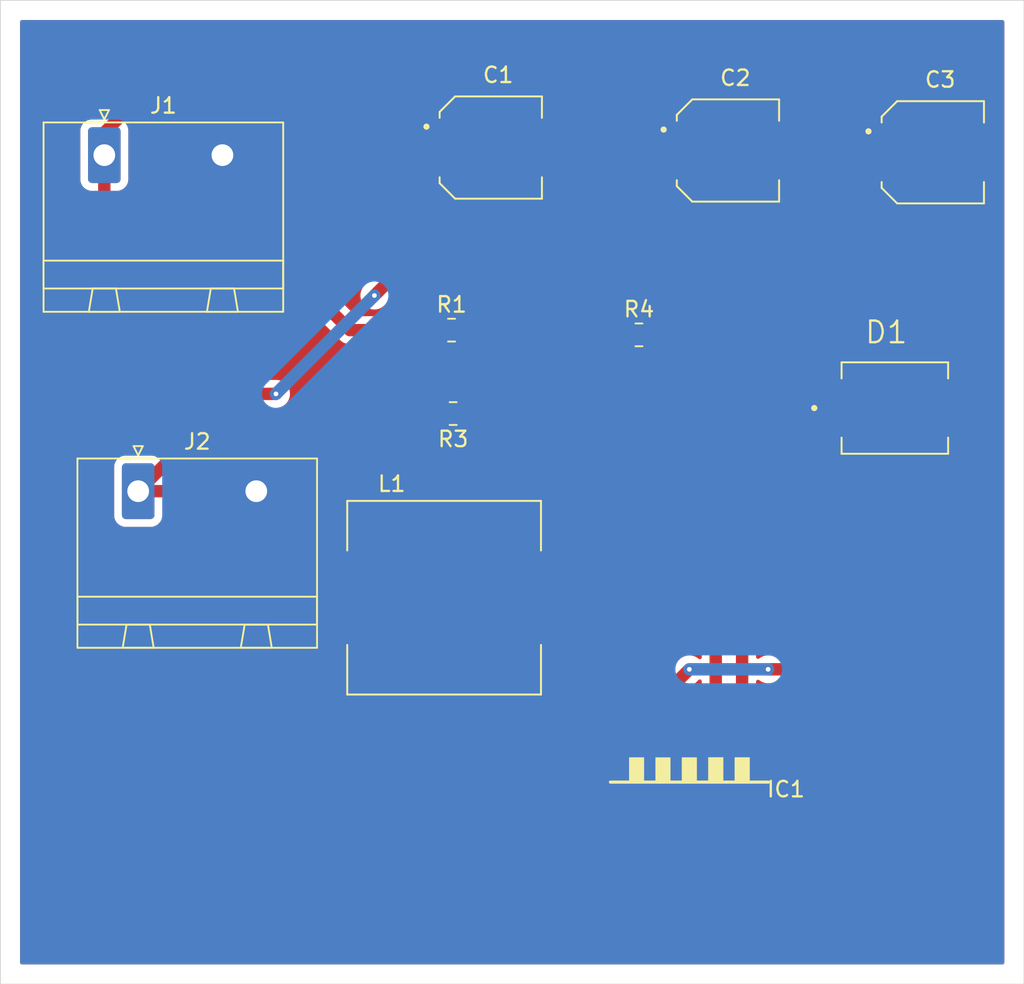
<source format=kicad_pcb>
(kicad_pcb (version 20240108) (generator "pcbnew") (generator_version "8.0")
  (layers (0 "F.Cu" signal) (31 "B.Cu" signal) (34 "B.Paste" user) (35 "F.Paste" user) (36 "B.SilkS" user "B.Silkscreen") (37 "F.SilkS" user "F.Silkscreen") (38 "B.Mask" user) (39 "F.Mask" user) (44 "Edge.Cuts" user))
  (net 0 "")
  (net 1 "+5V")
  (net 2 "GND")
  (net 3 "Net-(C2-Pad1)")
  (net 4 "+12V")
  (net 5 "Net-(IC1-COMP)")
  (net 6 "Net-(D1-A)")
  (net 7 "Net-(IC1-FB)")
  (footprint "Library:CAP_EEEFK1C101V" (layer "F.Cu") (at 146 77)
    (property "Reference" "C2" (at 0.475 -4.685 0) (layer "F.SilkS"))
    (property "Value" "0.33 uF")
    (fp_line (start -3.3 -2.3) (end -3.3 -1.92) (stroke (width 0.127)) (layer "F.SilkS"))
    (fp_line (start -3.3 1.92) (end -3.3 2.3) (stroke (width 0.127)) (layer "F.SilkS"))
    (fp_line (start -3.3 2.3) (end -2.3 3.3) (stroke (width 0.127)) (layer "F.SilkS"))
    (fp_line (start -2.3 -3.3) (end -3.3 -2.3) (stroke (width 0.127)) (layer "F.SilkS"))
    (fp_line (start -2.3 3.3) (end 3.3 3.3) (stroke (width 0.127)) (layer "F.SilkS"))
    (fp_line (start 3.3 -3.3) (end -2.3 -3.3) (stroke (width 0.127)) (layer "F.SilkS"))
    (fp_line (start 3.3 -1.92) (end 3.3 -3.3) (stroke (width 0.127)) (layer "F.SilkS"))
    (fp_line (start 3.3 3.3) (end 3.3 1.92) (stroke (width 0.127)) (layer "F.SilkS"))
    (fp_circle (center -4.15 -1.35) (end -4.05 -1.35) (stroke (width 0.2)) (fill none) (layer "F.SilkS"))
    (pad "1" smd custom (at -2.55 0) (size 1.8 1.8) (layers "F.Cu") (net 3 "Net-(C2-Pad1)") (options (clearance outline) (anchor rect)) (primitives (gr_poly (pts (xy -1 1.6) (xy -1 0.6) (xy -1.65 0.6) (xy -1.65 -0.6) (xy -1 -0.6) (xy -1 -1.6) (xy 1 -1.6) (xy 1 -0.6) (xy 1.95 -0.6) (xy 1.95 0.6) (xy 1 0.6) (xy 1 1.6)) (width 0.01) (fill yes))))
    (pad "2" smd custom (at 2.55 0) (size 1.8 1.8) (layers "F.Cu") (net 2 "GND") (options (clearance outline) (anchor rect)) (primitives (gr_poly (pts (xy 1 1.6) (xy 1 0.6) (xy 1.65 0.6) (xy 1.65 -0.6) (xy 1 -0.6) (xy 1 -1.6) (xy -1 -1.6) (xy -1 -0.6) (xy -1.95 -0.6) (xy -1.95 0.6) (xy -1 0.6) (xy -1 1.6)) (width 0.01) (fill yes))))
  )
  (footprint "Resistor_SMD:R_0805_2012Metric" (layer "F.Cu") (at 128.27 93.98 180)
    (property "Reference" "R3" (at 0 -1.65 0) (layer "F.SilkS"))
    (property "Value" "2k")
    (fp_line (start -0.227064 0.735) (end 0.227064 0.735) (stroke (width 0.12)) (layer "F.SilkS"))
    (fp_line (start -0.227064 -0.735) (end 0.227064 -0.735) (stroke (width 0.12)) (layer "F.SilkS"))
    (pad "1" smd roundrect (at -0.9125 0 180) (size 1.025 1.4) (layers "F.Cu" "F.Paste" "F.Mask") (roundrect_rratio 0.243902) (net 7 "Net-(IC1-FB)"))
    (pad "2" smd roundrect (at 0.9125 0 180) (size 1.025 1.4) (layers "F.Cu" "F.Paste" "F.Mask") (roundrect_rratio 0.243902) (net 2 "GND"))
  )
  (footprint "Library:DIOM7959X265N" (layer "F.Cu") (at 156.7688 93.6244)
    (property "Reference" "D1" (at -0.555 -4.889 0) (layer "F.SilkS") (effects (font (size 1.4 1.4))))
    (property "Value" "1N5821")
    (fp_line (start -3.4375 -2.95) (end -3.4375 -1.91) (stroke (width 0.127)) (layer "F.SilkS"))
    (fp_line (start -3.4375 1.91) (end -3.4375 2.95) (stroke (width 0.127)) (layer "F.SilkS"))
    (fp_line (start -3.4375 2.95) (end 3.4375 2.95) (stroke (width 0.127)) (layer "F.SilkS"))
    (fp_line (start 3.4375 -2.95) (end -3.4375 -2.95) (stroke (width 0.127)) (layer "F.SilkS"))
    (fp_line (start 3.4375 -1.91) (end 3.4375 -2.95) (stroke (width 0.127)) (layer "F.SilkS"))
    (fp_line (start 3.4375 2.95) (end 3.4375 1.91) (stroke (width 0.127)) (layer "F.SilkS"))
    (fp_circle (center -5.2 0) (end -5.1 0) (stroke (width 0.2)) (fill none) (layer "F.SilkS"))
    (pad "C" smd rect (at -3.455 0) (size 2.25 3.18) (layers "F.Cu" "F.Paste" "F.Mask") (net 3 "Net-(C2-Pad1)"))
    (pad "e" smd rect (at 3.455 0) (size 2.25 3.18) (layers "F.Cu" "F.Paste" "F.Mask") (net 6 "Net-(D1-A)"))
  )
  (footprint "Connector_Phoenix_GMSTB:PhoenixContact_GMSTBA_2,5_2-G-7,62_1x02_P7.62mm_Horizontal" (layer "F.Cu") (at 107.95 98.9909)
    (property "Reference" "J2" (at 3.81 -3.2 0) (layer "F.SilkS"))
    (property "Value" "Conn_01x02_Socket")
    (fp_line (start -3.92 -2.11) (end -3.92 10.11) (stroke (width 0.12)) (layer "F.SilkS"))
    (fp_line (start -3.92 6.81) (end 11.54 6.81) (stroke (width 0.12)) (layer "F.SilkS"))
    (fp_line (start -3.92 8.61) (end -3.92 6.81) (stroke (width 0.12)) (layer "F.SilkS"))
    (fp_line (start -3.92 10.11) (end 11.54 10.11) (stroke (width 0.12)) (layer "F.SilkS"))
    (fp_line (start -1 10.11) (end 1 10.11) (stroke (width 0.12)) (layer "F.SilkS"))
    (fp_line (start -0.75 8.61) (end -1 10.11) (stroke (width 0.12)) (layer "F.SilkS"))
    (fp_line (start -0.3 -2.91) (end 0.3 -2.91) (stroke (width 0.12)) (layer "F.SilkS"))
    (fp_line (start 0 -2.31) (end -0.3 -2.91) (stroke (width 0.12)) (layer "F.SilkS"))
    (fp_line (start 0.3 -2.91) (end 0 -2.31) (stroke (width 0.12)) (layer "F.SilkS"))
    (fp_line (start 0.75 8.61) (end -0.75 8.61) (stroke (width 0.12)) (layer "F.SilkS"))
    (fp_line (start 1 10.11) (end 0.75 8.61) (stroke (width 0.12)) (layer "F.SilkS"))
    (fp_line (start 6.62 10.11) (end 8.62 10.11) (stroke (width 0.12)) (layer "F.SilkS"))
    (fp_line (start 6.87 8.61) (end 6.62 10.11) (stroke (width 0.12)) (layer "F.SilkS"))
    (fp_line (start 8.37 8.61) (end 6.87 8.61) (stroke (width 0.12)) (layer "F.SilkS"))
    (fp_line (start 8.62 10.11) (end 8.37 8.61) (stroke (width 0.12)) (layer "F.SilkS"))
    (fp_line (start 11.54 -2.11) (end -3.92 -2.11) (stroke (width 0.12)) (layer "F.SilkS"))
    (fp_line (start 11.54 6.81) (end 11.54 8.61) (stroke (width 0.12)) (layer "F.SilkS"))
    (fp_line (start 11.54 8.61) (end -3.92 8.61) (stroke (width 0.12)) (layer "F.SilkS"))
    (fp_line (start 11.54 10.11) (end 11.54 -2.11) (stroke (width 0.12)) (layer "F.SilkS"))
    (pad "1" thru_hole roundrect (at 0 0) (size 2.1 3.6) (drill 1.4) (layers "*.Cu" "*.Mask") (roundrect_rratio 0.119048) (net 1 "+5V"))
    (pad "2" thru_hole oval (at 7.62 0) (size 2.1 3.6) (drill 1.4) (layers "*.Cu" "*.Mask") (net 2 "GND"))
  )
  (footprint "Library:CAP_EEEFK1C101V" (layer "F.Cu") (at 159.2172 77.1144)
    (property "Reference" "C3" (at 0.475 -4.685 0) (layer "F.SilkS"))
    (property "Value" "680 uF")
    (fp_line (start -3.3 -2.3) (end -3.3 -1.92) (stroke (width 0.127)) (layer "F.SilkS"))
    (fp_line (start -3.3 1.92) (end -3.3 2.3) (stroke (width 0.127)) (layer "F.SilkS"))
    (fp_line (start -3.3 2.3) (end -2.3 3.3) (stroke (width 0.127)) (layer "F.SilkS"))
    (fp_line (start -2.3 -3.3) (end -3.3 -2.3) (stroke (width 0.127)) (layer "F.SilkS"))
    (fp_line (start -2.3 3.3) (end 3.3 3.3) (stroke (width 0.127)) (layer "F.SilkS"))
    (fp_line (start 3.3 -3.3) (end -2.3 -3.3) (stroke (width 0.127)) (layer "F.SilkS"))
    (fp_line (start 3.3 -1.92) (end 3.3 -3.3) (stroke (width 0.127)) (layer "F.SilkS"))
    (fp_line (start 3.3 3.3) (end 3.3 1.92) (stroke (width 0.127)) (layer "F.SilkS"))
    (fp_circle (center -4.15 -1.35) (end -4.05 -1.35) (stroke (width 0.2)) (fill none) (layer "F.SilkS"))
    (pad "1" smd custom (at -2.55 0) (size 1.8 1.8) (layers "F.Cu") (net 4 "+12V") (options (clearance outline) (anchor rect)) (primitives (gr_poly (pts (xy -1 1.6) (xy -1 0.6) (xy -1.65 0.6) (xy -1.65 -0.6) (xy -1 -0.6) (xy -1 -1.6) (xy 1 -1.6) (xy 1 -0.6) (xy 1.95 -0.6) (xy 1.95 0.6) (xy 1 0.6) (xy 1 1.6)) (width 0.01) (fill yes))))
    (pad "2" smd custom (at 2.55 0) (size 1.8 1.8) (layers "F.Cu") (net 2 "GND") (options (clearance outline) (anchor rect)) (primitives (gr_poly (pts (xy 1 1.6) (xy 1 0.6) (xy 1.65 0.6) (xy 1.65 -0.6) (xy 1 -0.6) (xy 1 -1.6) (xy -1 -1.6) (xy -1 -0.6) (xy -1.95 -0.6) (xy -1.95 0.6) (xy -1 0.6) (xy -1 1.6)) (width 0.01) (fill yes))))
  )
  (footprint "Library:CAP_EEEFK1C101V" (layer "F.Cu") (at 130.6984 76.8096)
    (property "Reference" "C1" (at 0.475 -4.685 0) (layer "F.SilkS"))
    (property "Value" "0.1 uF")
    (fp_line (start -3.3 -2.3) (end -3.3 -1.92) (stroke (width 0.127)) (layer "F.SilkS"))
    (fp_line (start -3.3 1.92) (end -3.3 2.3) (stroke (width 0.127)) (layer "F.SilkS"))
    (fp_line (start -3.3 2.3) (end -2.3 3.3) (stroke (width 0.127)) (layer "F.SilkS"))
    (fp_line (start -2.3 -3.3) (end -3.3 -2.3) (stroke (width 0.127)) (layer "F.SilkS"))
    (fp_line (start -2.3 3.3) (end 3.3 3.3) (stroke (width 0.127)) (layer "F.SilkS"))
    (fp_line (start 3.3 -3.3) (end -2.3 -3.3) (stroke (width 0.127)) (layer "F.SilkS"))
    (fp_line (start 3.3 -1.92) (end 3.3 -3.3) (stroke (width 0.127)) (layer "F.SilkS"))
    (fp_line (start 3.3 3.3) (end 3.3 1.92) (stroke (width 0.127)) (layer "F.SilkS"))
    (fp_circle (center -4.15 -1.35) (end -4.05 -1.35) (stroke (width 0.2)) (fill none) (layer "F.SilkS"))
    (pad "1" smd custom (at -2.55 0) (size 1.8 1.8) (layers "F.Cu") (net 1 "+5V") (options (clearance outline) (anchor rect)) (primitives (gr_poly (pts (xy -1 1.6) (xy -1 0.6) (xy -1.65 0.6) (xy -1.65 -0.6) (xy -1 -0.6) (xy -1 -1.6) (xy 1 -1.6) (xy 1 -0.6) (xy 1.95 -0.6) (xy 1.95 0.6) (xy 1 0.6) (xy 1 1.6)) (width 0.01) (fill yes))))
    (pad "2" smd custom (at 2.55 0) (size 1.8 1.8) (layers "F.Cu") (net 2 "GND") (options (clearance outline) (anchor rect)) (primitives (gr_poly (pts (xy 1 1.6) (xy 1 0.6) (xy 1.65 0.6) (xy 1.65 -0.6) (xy 1 -0.6) (xy 1 -1.6) (xy -1 -1.6) (xy -1 -0.6) (xy -1.95 -0.6) (xy -1.95 0.6) (xy -1 0.6) (xy -1 1.6)) (width 0.01) (fill yes))))
  )
  (footprint "Library:TO263-5" (layer "F.Cu") (at 143.51 120.65 180)
    (property "Reference" "IC1" (at -6.230885 2.416055 0) (layer "F.SilkS") (effects (font (size 1.001268 1.001268))))
    (property "Value" "LM2577")
    (fp_line (start 5.094 2.88) (end -5.094 2.88) (stroke (width 0.2032)) (layer "F.SilkS"))
    (fp_poly (pts (xy 2.92499 2.794) (xy 3.8862 2.794) (xy 3.8862 4.4765) (xy 2.92499 4.4765)) (stroke (width 0.01)) (fill solid) (layer "F.SilkS"))
    (fp_poly (pts (xy 1.21963 2.794) (xy 2.1844 2.794) (xy 2.1844 4.47197) (xy 1.21963 4.47197)) (stroke (width 0.01)) (fill solid) (layer "F.SilkS"))
    (fp_poly (pts (xy -0.482663 2.794) (xy 0.4826 2.794) (xy 0.4826 4.47098) (xy -0.482663 4.47098)) (stroke (width 0.01)) (fill solid) (layer "F.SilkS"))
    (fp_poly (pts (xy -2.18871 2.794) (xy -1.2192 2.794) (xy -1.2192 4.47923) (xy -2.18871 4.47923)) (stroke (width 0.01)) (fill solid) (layer "F.SilkS"))
    (fp_poly (pts (xy -3.89202 2.794) (xy -2.921 2.794) (xy -2.921 4.4771) (xy -3.89202 4.4771)) (stroke (width 0.01)) (fill solid) (layer "F.SilkS"))
    (pad "1" smd rect (at -3.4036 5.7912 180) (size 1.0668 2.159) (layers "F.Cu" "F.Paste" "F.Mask") (net 5 "Net-(IC1-COMP)"))
    (pad "2" smd rect (at -1.7018 5.7912 180) (size 1.0668 2.159) (layers "F.Cu" "F.Paste" "F.Mask") (net 7 "Net-(IC1-FB)"))
    (pad "3" smd rect (at 0 5.7912 180) (size 1.0668 2.159) (layers "F.Cu" "F.Paste" "F.Mask") (net 2 "GND"))
    (pad "4" smd rect (at 1.7018 5.7912 180) (size 1.0668 2.159) (layers "F.Cu" "F.Paste" "F.Mask") (net 6 "Net-(D1-A)"))
    (pad "5" smd rect (at 3.4036 5.7912 180) (size 1.0668 2.159) (layers "F.Cu" "F.Paste" "F.Mask") (net 1 "+5V"))
    (pad "6" smd rect (at 0 -2.54 180) (size 10.8 10.41) (layers "F.Cu" "F.Paste" "F.Mask"))
  )
  (footprint "Resistor_SMD:R_0805_2012Metric" (layer "F.Cu") (at 128.1684 88.5952)
    (property "Reference" "R1" (at 0 -1.65 0) (layer "F.SilkS"))
    (property "Value" "17.4k")
    (fp_line (start -0.227064 -0.735) (end 0.227064 -0.735) (stroke (width 0.12)) (layer "F.SilkS"))
    (fp_line (start -0.227064 0.735) (end 0.227064 0.735) (stroke (width 0.12)) (layer "F.SilkS"))
    (pad "1" smd roundrect (at -0.9125 0) (size 1.025 1.4) (layers "F.Cu" "F.Paste" "F.Mask") (roundrect_rratio 0.243902) (net 4 "+12V"))
    (pad "2" smd roundrect (at 0.9125 0) (size 1.025 1.4) (layers "F.Cu" "F.Paste" "F.Mask") (roundrect_rratio 0.243902) (net 7 "Net-(IC1-FB)"))
  )
  (footprint "SRR1260-330M:INDP125125X600N" (layer "F.Cu") (at 127.6872 105.8672)
    (property "Reference" "L1" (at -3.381255 -7.348585 0) (layer "F.SilkS") (effects (font (size 1.00185 1.00185))))
    (property "Value" "100 uH")
    (fp_line (start -6.25 -6.25) (end -6.25 -3.05) (stroke (width 0.127)) (layer "F.SilkS"))
    (fp_line (start -6.25 -6.25) (end 6.25 -6.25) (stroke (width 0.127)) (layer "F.SilkS"))
    (fp_line (start -6.25 3.05) (end -6.25 6.25) (stroke (width 0.127)) (layer "F.SilkS"))
    (fp_line (start -6.25 6.25) (end 6.25 6.25) (stroke (width 0.127)) (layer "F.SilkS"))
    (fp_line (start 6.25 -6.25) (end 6.25 -3.05) (stroke (width 0.127)) (layer "F.SilkS"))
    (fp_line (start 6.25 3.05) (end 6.25 6.25) (stroke (width 0.127)) (layer "F.SilkS"))
    (pad "1" smd rect (at -4.85 0) (size 2.9 5.4) (layers "F.Cu" "F.Paste" "F.Mask") (net 1 "+5V"))
    (pad "2" smd rect (at 4.85 0) (size 2.9 5.4) (layers "F.Cu" "F.Paste" "F.Mask") (net 6 "Net-(D1-A)"))
  )
  (footprint "Resistor_SMD:R_0805_2012Metric" (layer "F.Cu") (at 140.2588 88.9)
    (property "Reference" "R4" (at 0 -1.65 0) (layer "F.SilkS"))
    (property "Value" "2.2k")
    (fp_line (start -0.227064 -0.735) (end 0.227064 -0.735) (stroke (width 0.12)) (layer "F.SilkS"))
    (fp_line (start -0.227064 0.735) (end 0.227064 0.735) (stroke (width 0.12)) (layer "F.SilkS"))
    (pad "1" smd roundrect (at -0.9125 0) (size 1.025 1.4) (layers "F.Cu" "F.Paste" "F.Mask") (roundrect_rratio 0.243902) (net 5 "Net-(IC1-COMP)"))
    (pad "2" smd roundrect (at 0.9125 0) (size 1.025 1.4) (layers "F.Cu" "F.Paste" "F.Mask") (roundrect_rratio 0.243902) (net 3 "Net-(C2-Pad1)"))
  )
  (footprint "Connector_Phoenix_GMSTB:PhoenixContact_GMSTBA_2,5_2-G-7,62_1x02_P7.62mm_Horizontal" (layer "F.Cu") (at 105.7656 77.2993)
    (property "Reference" "J1" (at 3.81 -3.2 0) (layer "F.SilkS"))
    (property "Value" "Conn_01x02_Socket")
    (fp_line (start -3.92 -2.11) (end -3.92 10.11) (stroke (width 0.12)) (layer "F.SilkS"))
    (fp_line (start -3.92 6.81) (end 11.54 6.81) (stroke (width 0.12)) (layer "F.SilkS"))
    (fp_line (start -3.92 8.61) (end -3.92 6.81) (stroke (width 0.12)) (layer "F.SilkS"))
    (fp_line (start -3.92 10.11) (end 11.54 10.11) (stroke (width 0.12)) (layer "F.SilkS"))
    (fp_line (start -1 10.11) (end 1 10.11) (stroke (width 0.12)) (layer "F.SilkS"))
    (fp_line (start -0.75 8.61) (end -1 10.11) (stroke (width 0.12)) (layer "F.SilkS"))
    (fp_line (start -0.3 -2.91) (end 0.3 -2.91) (stroke (width 0.12)) (layer "F.SilkS"))
    (fp_line (start 0 -2.31) (end -0.3 -2.91) (stroke (width 0.12)) (layer "F.SilkS"))
    (fp_line (start 0.3 -2.91) (end 0 -2.31) (stroke (width 0.12)) (layer "F.SilkS"))
    (fp_line (start 0.75 8.61) (end -0.75 8.61) (stroke (width 0.12)) (layer "F.SilkS"))
    (fp_line (start 1 10.11) (end 0.75 8.61) (stroke (width 0.12)) (layer "F.SilkS"))
    (fp_line (start 6.62 10.11) (end 8.62 10.11) (stroke (width 0.12)) (layer "F.SilkS"))
    (fp_line (start 6.87 8.61) (end 6.62 10.11) (stroke (width 0.12)) (layer "F.SilkS"))
    (fp_line (start 8.37 8.61) (end 6.87 8.61) (stroke (width 0.12)) (layer "F.SilkS"))
    (fp_line (start 8.62 10.11) (end 8.37 8.61) (stroke (width 0.12)) (layer "F.SilkS"))
    (fp_line (start 11.54 -2.11) (end -3.92 -2.11) (stroke (width 0.12)) (layer "F.SilkS"))
    (fp_line (start 11.54 6.81) (end 11.54 8.61) (stroke (width 0.12)) (layer "F.SilkS"))
    (fp_line (start 11.54 8.61) (end -3.92 8.61) (stroke (width 0.12)) (layer "F.SilkS"))
    (fp_line (start 11.54 10.11) (end 11.54 -2.11) (stroke (width 0.12)) (layer "F.SilkS"))
    (pad "1" thru_hole roundrect (at 0 0) (size 2.1 3.6) (drill 1.4) (layers "*.Cu" "*.Mask") (roundrect_rratio 0.119048) (net 4 "+12V"))
    (pad "2" thru_hole oval (at 7.62 0) (size 2.1 3.6) (drill 1.4) (layers "*.Cu" "*.Mask") (net 2 "GND"))
  )
  (gr_rect (start 99.06 67.31) (end 165.1 130.81) (stroke (width 0.05)) (fill none) (layer "Edge.Cuts"))
  (segment (start 116.84 92.71) (end 114.2309 92.71) (width 0.8) (layer "F.Cu") (net 1))
  (segment (start 140.1064 114.8588) (end 132.6388 114.8588) (width 0.8) (layer "F.Cu") (net 1))
  (segment (start 128.1484 81.4016) (end 123.19 86.36) (width 0.8) (layer "F.Cu") (net 1))
  (segment (start 129.54 111.76) (end 129.54 107.95) (width 0.8) (layer "F.Cu") (net 1))
  (segment (start 110.49 99.06) (end 110.4209 98.9909) (width 0.8) (layer "F.Cu") (net 1))
  (segment (start 129.54 107.95) (end 128.27 106.68) (width 0.8) (layer "F.Cu") (net 1))
  (segment (start 123.65 106.68) (end 122.8372 105.8672) (width 0.8) (layer "F.Cu") (net 1))
  (segment (start 114.2309 92.71) (end 107.95 98.9909) (width 0.8) (layer "F.Cu") (net 1))
  (segment (start 128.1484 76.8096) (end 128.1484 81.4016) (width 0.8) (layer "F.Cu") (net 1))
  (segment (start 110.49 102.87) (end 110.49 99.06) (width 0.8) (layer "F.Cu") (net 1))
  (segment (start 110.4209 98.9909) (end 107.95 98.9909) (width 0.8) (layer "F.Cu") (net 1))
  (segment (start 113.4872 105.8672) (end 110.49 102.87) (width 0.8) (layer "F.Cu") (net 1))
  (segment (start 132.6388 114.8588) (end 129.54 111.76) (width 0.8) (layer "F.Cu") (net 1))
  (segment (start 128.27 106.68) (end 123.65 106.68) (width 0.8) (layer "F.Cu") (net 1))
  (segment (start 122.8372 105.8672) (end 113.4872 105.8672) (width 0.8) (layer "F.Cu") (net 1))
  (via (at 116.84 92.71) (size 0.6) (drill 0.3) (layers "F.Cu" "B.Cu") (net 1))
  (via (at 123.19 86.36) (size 0.6) (drill 0.3) (layers "F.Cu" "B.Cu") (net 1))
  (segment (start 123.19 86.36) (end 116.84 92.71) (width 0.8) (layer "B.Cu") (net 1))
  (segment (start 161.7672 77.1144) (end 161.7672 78.2628) (width 0.8) (layer "F.Cu") (net 2))
  (segment (start 148.55 77) (end 148.55 76.16) (width 0.8) (layer "F.Cu") (net 2))
  (segment (start 143.45 86.6213) (end 141.1713 88.9) (width 0.8) (layer "F.Cu") (net 3))
  (segment (start 150.4531 93.6244) (end 153.3138 93.6244) (width 0.8) (layer "F.Cu") (net 3))
  (segment (start 143.45 86.6213) (end 150.4531 93.6244) (width 0.8) (layer "F.Cu") (net 3))
  (segment (start 143.45 77) (end 143.45 86.6213) (width 0.8) (layer "F.Cu") (net 3))
  (segment (start 105.7656 75.8444) (end 105.7656 77.2993) (width 0.8) (layer "F.Cu") (net 4))
  (segment (start 110.49 86.36) (end 105.7656 81.6356) (width 0.8) (layer "F.Cu") (net 4))
  (segment (start 105.7656 81.6356) (end 105.7656 77.2993) (width 0.8) (layer "F.Cu") (net 4))
  (segment (start 111.76 69.85) (end 105.7656 75.8444) (width 0.8) (layer "F.Cu") (net 4))
  (segment (start 156.6672 77.1144) (end 156.6672 74.1172) (width 0.8) (layer "F.Cu") (net 4))
  (segment (start 152.4 69.85) (end 111.76 69.85) (width 0.8) (layer "F.Cu") (net 4))
  (segment (start 119.38 86.36) (end 110.49 86.36) (width 0.8) (layer "F.Cu") (net 4))
  (segment (start 121.6152 88.5952) (end 119.38 86.36) (width 0.8) (layer "F.Cu") (net 4))
  (segment (start 156.6672 74.1172) (end 152.4 69.85) (width 0.8) (layer "F.Cu") (net 4))
  (segment (start 127.2559 88.5952) (end 121.6152 88.5952) (width 0.8) (layer "F.Cu") (net 4))
  (segment (start 146.9136 96.56381) (end 139.3463 88.99651) (width 0.8) (layer "F.Cu") (net 5))
  (segment (start 139.3463 88.99651) (end 139.3463 88.9) (width 0.8) (layer "F.Cu") (net 5))
  (segment (start 146.9136 114.8588) (end 146.9136 96.56381) (width 0.8) (layer "F.Cu") (net 5))
  (segment (start 139.7 111.76) (end 139.8205 111.76) (width 0.8) (layer "F.Cu") (net 6))
  (segment (start 141.8082 113.7477) (end 141.03025 112.96975) (width 0.8) (layer "F.Cu") (net 6))
  (segment (start 160.2238 93.6244) (end 160.2238 104.3615) (width 0.8) (layer "F.Cu") (net 6))
  (segment (start 160.2238 104.3615) (end 154.0953 110.49) (width 0.8) (layer "F.Cu") (net 6))
  (segment (start 141.8082 114.8588) (end 141.8082 113.7477) (width 0.8) (layer "F.Cu") (net 6))
  (segment (start 133.8072 105.8672) (end 132.5372 105.8672) (width 0.8) (layer "F.Cu") (net 6))
  (segment (start 139.8205 111.76) (end 141.03025 112.96975) (width 0.8) (layer "F.Cu") (net 6))
  (segment (start 154.0953 110.49) (end 148.59 110.49) (width 0.8) (layer "F.Cu") (net 6))
  (segment (start 143.51 110.49) (end 141.03025 112.96975) (width 0.8) (layer "F.Cu") (net 6))
  (segment (start 139.7 111.76) (end 133.8072 105.8672) (width 0.8) (layer "F.Cu") (net 6))
  (via (at 143.51 110.49) (size 0.6) (drill 0.3) (layers "F.Cu" "B.Cu") (net 6))
  (via (at 148.59 110.49) (size 0.6) (drill 0.3) (layers "F.Cu" "B.Cu") (net 6))
  (segment (start 143.51 110.49) (end 148.59 110.49) (width 0.8) (layer "B.Cu") (net 6))
  (segment (start 133.1976 92.5576) (end 131.7752 93.98) (width 0.8) (layer "F.Cu") (net 7))
  (segment (start 145.2118 108.3818) (end 137.16 100.33) (width 0.8) (layer "F.Cu") (net 7))
  (segment (start 145.2118 114.8588) (end 145.2118 108.3818) (width 0.8) (layer "F.Cu") (net 7))
  (segment (start 133.1976 90.7796) (end 133.1976 90.68309) (width 0.8) (layer "F.Cu") (net 7))
  (segment (start 131.7752 93.98) (end 129.1825 93.98) (width 0.8) (layer "F.Cu") (net 7))
  (segment (start 137.16 96.52) (end 133.1976 92.5576) (width 0.8) (layer "F.Cu") (net 7))
  (segment (start 133.1976 92.5576) (end 133.1976 90.7796) (width 0.8) (layer "F.Cu") (net 7))
  (segment (start 137.16 100.33) (end 137.16 96.52) (width 0.8) (layer "F.Cu") (net 7))
  (segment (start 133.1976 90.68309) (end 131.10971 88.5952) (width 0.8) (layer "F.Cu") (net 7))
  (segment (start 131.10971 88.5952) (end 129.0809 88.5952) (width 0.8) (layer "F.Cu") (net 7))
  (zone (net 2) (net_name "GND") (layer "F.Cu") (connect_pads yes (clearance 0.5)) (min_thickness 0.25) (fill yes (thermal_gap 0.5) (thermal_bridge_width 0.5) (island_removal_mode 1) (island_area_min 10))
    (polygon (pts (xy 100.33 68.58) (xy 163.83 68.58) (xy 163.83 129.54) (xy 100.33 129.54)))
  )
  (zone (net 2) (net_name "GND") (layer "B.Cu") (priority 1) (connect_pads yes (clearance 0.5)) (min_thickness 0.25) (fill yes (thermal_gap 0.5) (thermal_bridge_width 0.5) (island_removal_mode 1) (island_area_min 10))
    (polygon (pts (xy 100.33 68.58) (xy 163.83 68.58) (xy 163.83 129.54) (xy 100.33 129.54)))
  )
)
</source>
